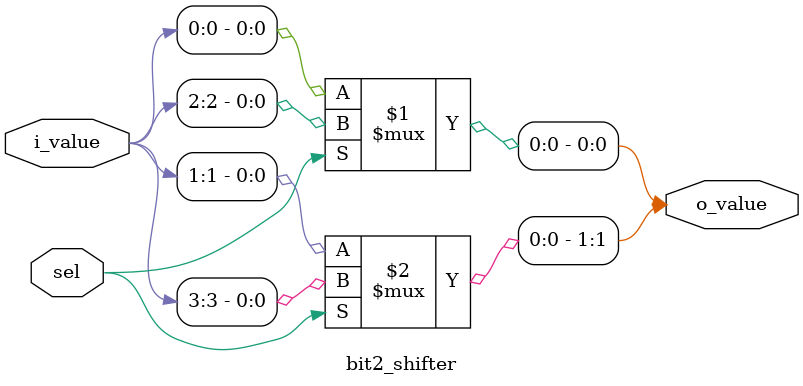
<source format=v>
`timescale 1ns / 1ps
module bit2_shifter(i_value, sel, o_value);
input  wire       sel;
input  wire [3:0] i_value;
output wire [1:0] o_value;

// Shift
assign o_value[0] = sel ? i_value[2] : i_value[0];
assign o_value[1] = sel ? i_value[3] : i_value[1];
endmodule

</source>
